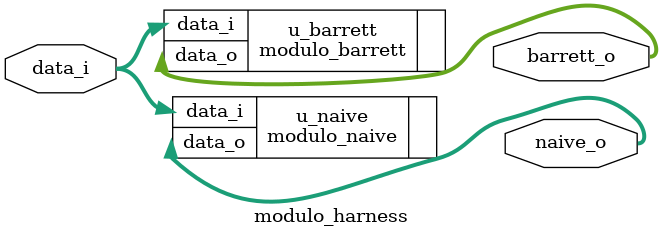
<source format=sv>
module modulo_harness #(
    parameter int DATA_WIDTH = 8,
    parameter int MODULUS    = 7
) (
    input  logic [DATA_WIDTH-1:0]       data_i,
    output logic [$clog2(MODULUS)-1:0]  naive_o,
    output logic [$clog2(MODULUS)-1:0]  barrett_o
);

    modulo_naive #(
        .DATA_WIDTH(DATA_WIDTH),
        .MODULUS(MODULUS)
    ) u_naive (
        .data_i(data_i),
        .data_o(naive_o)
    );

    modulo_barrett #(
        .DATA_WIDTH(DATA_WIDTH),
        .MODULUS(MODULUS)
    ) u_barrett (
        .data_i(data_i),
        .data_o(barrett_o)
    );

endmodule

</source>
